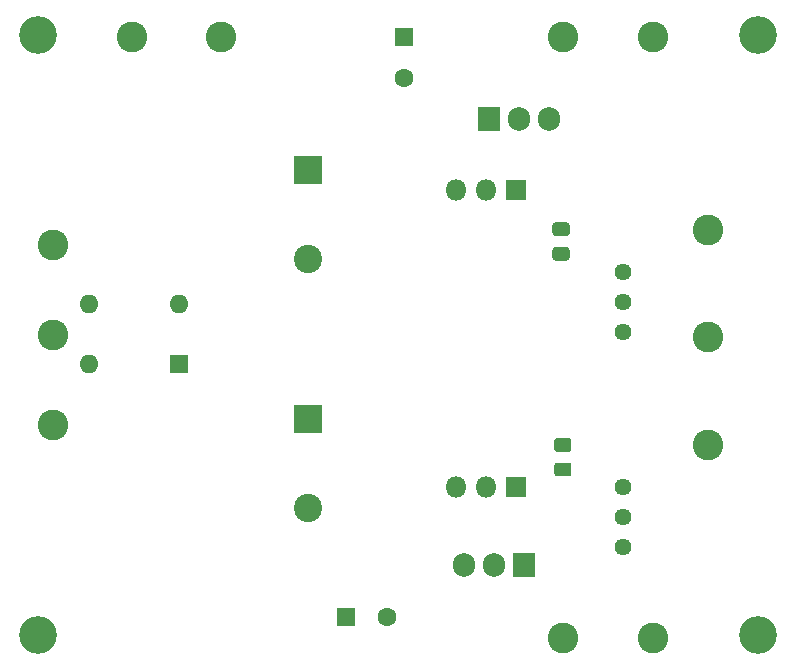
<source format=gbr>
G04 #@! TF.GenerationSoftware,KiCad,Pcbnew,(5.1.8-0-10_14)*
G04 #@! TF.CreationDate,2020-11-13T17:04:17+01:00*
G04 #@! TF.ProjectId,lv-lownoise-psu,6c762d6c-6f77-46e6-9f69-73652d707375,rev?*
G04 #@! TF.SameCoordinates,Original*
G04 #@! TF.FileFunction,Soldermask,Bot*
G04 #@! TF.FilePolarity,Negative*
%FSLAX46Y46*%
G04 Gerber Fmt 4.6, Leading zero omitted, Abs format (unit mm)*
G04 Created by KiCad (PCBNEW (5.1.8-0-10_14)) date 2020-11-13 17:04:17*
%MOMM*%
%LPD*%
G01*
G04 APERTURE LIST*
%ADD10C,1.600000*%
%ADD11R,1.600000X1.600000*%
%ADD12C,2.400000*%
%ADD13R,2.400000X2.400000*%
%ADD14O,1.905000X2.000000*%
%ADD15R,1.905000X2.000000*%
%ADD16O,1.600000X1.600000*%
%ADD17C,2.600000*%
%ADD18O,1.800000X1.800000*%
%ADD19R,1.800000X1.800000*%
%ADD20C,1.440000*%
%ADD21C,3.200000*%
G04 APERTURE END LIST*
D10*
X114681000Y-86106000D03*
D11*
X111181000Y-86106000D03*
D10*
X116078000Y-40457000D03*
D11*
X116078000Y-36957000D03*
D12*
X107950000Y-76835000D03*
D13*
X107950000Y-69335000D03*
D12*
X107950000Y-55760000D03*
D13*
X107950000Y-48260000D03*
D14*
X121158000Y-81661000D03*
X123698000Y-81661000D03*
D15*
X126238000Y-81661000D03*
D14*
X128397000Y-43942000D03*
X125857000Y-43942000D03*
D15*
X123317000Y-43942000D03*
D11*
X97028000Y-64643000D03*
D16*
X89408000Y-59563000D03*
X97028000Y-59563000D03*
X89408000Y-64643000D03*
D17*
X129540000Y-87884000D03*
X137160000Y-87884000D03*
X93091000Y-36957000D03*
X100584000Y-36957000D03*
X137160000Y-36957000D03*
X129540000Y-36957000D03*
D18*
X120459500Y-75120500D03*
X122999500Y-75120500D03*
D19*
X125539500Y-75120500D03*
D18*
X120523000Y-49974500D03*
X123063000Y-49974500D03*
D19*
X125603000Y-49974500D03*
D20*
X134670800Y-80137000D03*
X134670800Y-77597000D03*
X134670800Y-75057000D03*
X134620000Y-61976000D03*
X134620000Y-59436000D03*
X134620000Y-56896000D03*
D17*
X141859000Y-71501000D03*
X141859000Y-62357000D03*
X141859000Y-53340000D03*
X86360000Y-54610000D03*
X86360000Y-62230000D03*
X86360000Y-69850000D03*
D21*
X146050000Y-36830000D03*
X146050000Y-87630000D03*
X85090000Y-87630000D03*
X85090000Y-36830000D03*
G36*
G01*
X130015000Y-72117800D02*
X129065000Y-72117800D01*
G75*
G02*
X128815000Y-71867800I0J250000D01*
G01*
X128815000Y-71192800D01*
G75*
G02*
X129065000Y-70942800I250000J0D01*
G01*
X130015000Y-70942800D01*
G75*
G02*
X130265000Y-71192800I0J-250000D01*
G01*
X130265000Y-71867800D01*
G75*
G02*
X130015000Y-72117800I-250000J0D01*
G01*
G37*
G36*
G01*
X130015000Y-74192800D02*
X129065000Y-74192800D01*
G75*
G02*
X128815000Y-73942800I0J250000D01*
G01*
X128815000Y-73267800D01*
G75*
G02*
X129065000Y-73017800I250000J0D01*
G01*
X130015000Y-73017800D01*
G75*
G02*
X130265000Y-73267800I0J-250000D01*
G01*
X130265000Y-73942800D01*
G75*
G02*
X130015000Y-74192800I-250000J0D01*
G01*
G37*
G36*
G01*
X128912600Y-54755200D02*
X129862600Y-54755200D01*
G75*
G02*
X130112600Y-55005200I0J-250000D01*
G01*
X130112600Y-55680200D01*
G75*
G02*
X129862600Y-55930200I-250000J0D01*
G01*
X128912600Y-55930200D01*
G75*
G02*
X128662600Y-55680200I0J250000D01*
G01*
X128662600Y-55005200D01*
G75*
G02*
X128912600Y-54755200I250000J0D01*
G01*
G37*
G36*
G01*
X128912600Y-52680200D02*
X129862600Y-52680200D01*
G75*
G02*
X130112600Y-52930200I0J-250000D01*
G01*
X130112600Y-53605200D01*
G75*
G02*
X129862600Y-53855200I-250000J0D01*
G01*
X128912600Y-53855200D01*
G75*
G02*
X128662600Y-53605200I0J250000D01*
G01*
X128662600Y-52930200D01*
G75*
G02*
X128912600Y-52680200I250000J0D01*
G01*
G37*
M02*

</source>
